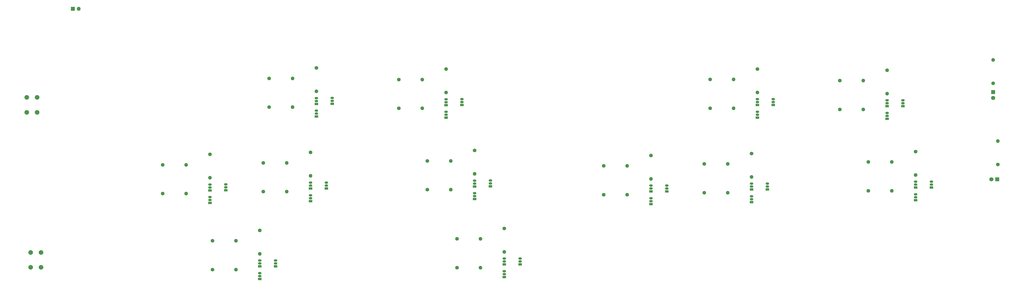
<source format=gts>
G04 #@! TF.GenerationSoftware,KiCad,Pcbnew,7.0.8*
G04 #@! TF.CreationDate,2023-12-22T21:17:41-07:00*
G04 #@! TF.ProjectId,Sandbox,53616e64-626f-4782-9e6b-696361645f70,rev?*
G04 #@! TF.SameCoordinates,Original*
G04 #@! TF.FileFunction,Soldermask,Top*
G04 #@! TF.FilePolarity,Negative*
%FSLAX46Y46*%
G04 Gerber Fmt 4.6, Leading zero omitted, Abs format (unit mm)*
G04 Created by KiCad (PCBNEW 7.0.8) date 2023-12-22 21:17:41*
%MOMM*%
%LPD*%
G01*
G04 APERTURE LIST*
%ADD10R,1.700000X1.700000*%
%ADD11O,1.700000X1.700000*%
%ADD12O,1.600000X1.600000*%
%ADD13C,1.600000*%
%ADD14O,1.500000X1.050000*%
%ADD15R,1.500000X1.050000*%
%ADD16C,1.800000*%
%ADD17R,1.800000X1.800000*%
%ADD18C,2.000000*%
G04 APERTURE END LIST*
D10*
X335000000Y-372250000D03*
D11*
X337540000Y-372250000D03*
D12*
X405745001Y-472950005D03*
D13*
X395585001Y-472950005D03*
D12*
X416075000Y-478580001D03*
D13*
X416075000Y-468420001D03*
D12*
X405745001Y-485450000D03*
D13*
X395585001Y-485450000D03*
D14*
X416075000Y-486980000D03*
X416075000Y-488250000D03*
D15*
X416075000Y-489520000D03*
D14*
X422935000Y-481480000D03*
X422935000Y-482750000D03*
D15*
X422935000Y-484020000D03*
D14*
X416075000Y-481500000D03*
X416075000Y-482770000D03*
D15*
X416075000Y-484040000D03*
D12*
X522000000Y-477750001D03*
D13*
X522000000Y-467590001D03*
D12*
X511670001Y-484620000D03*
D13*
X501510001Y-484620000D03*
D12*
X511670001Y-472120005D03*
D13*
X501510001Y-472120005D03*
D14*
X528860000Y-480650000D03*
X528860000Y-481920000D03*
D15*
X528860000Y-483190000D03*
D14*
X522000000Y-486150000D03*
X522000000Y-487420000D03*
D15*
X522000000Y-488690000D03*
D14*
X522000000Y-480670000D03*
X522000000Y-481940000D03*
D15*
X522000000Y-483210000D03*
D13*
X394445000Y-435450001D03*
D12*
X394445000Y-445610001D03*
D13*
X373955001Y-452480000D03*
D12*
X384115001Y-452480000D03*
D13*
X373955001Y-439980004D03*
D12*
X384115001Y-439980004D03*
D13*
X438055000Y-434620001D03*
D12*
X438055000Y-444780001D03*
D13*
X417565001Y-451650000D03*
D12*
X427725001Y-451650000D03*
D13*
X417565001Y-439150004D03*
D12*
X427725001Y-439150004D03*
D13*
X440555000Y-397950001D03*
D12*
X440555000Y-408110001D03*
D13*
X420065001Y-414980001D03*
D12*
X430225001Y-414980001D03*
D13*
X420065001Y-402480004D03*
D12*
X430225001Y-402480004D03*
D13*
X509140000Y-433750000D03*
D12*
X509140000Y-443910000D03*
D13*
X488650001Y-450780000D03*
D12*
X498810001Y-450780000D03*
D13*
X488650001Y-438280002D03*
D12*
X498810001Y-438280002D03*
D13*
X496805000Y-398450000D03*
D12*
X496805000Y-408610000D03*
D13*
X476315000Y-415480000D03*
D12*
X486475000Y-415480000D03*
D13*
X476315000Y-402980001D03*
D12*
X486475000Y-402980001D03*
D15*
X401305000Y-451050000D03*
D14*
X401305000Y-449780000D03*
X401305000Y-448510000D03*
D15*
X394445000Y-456550000D03*
D14*
X394445000Y-455280000D03*
X394445000Y-454010000D03*
D15*
X394445000Y-451070000D03*
D14*
X394445000Y-449800000D03*
X394445000Y-448530000D03*
D15*
X444915000Y-450220000D03*
D14*
X444915000Y-448950000D03*
X444915000Y-447680000D03*
D15*
X438055000Y-455720000D03*
D14*
X438055000Y-454450000D03*
X438055000Y-453180000D03*
D15*
X438055000Y-450240000D03*
D14*
X438055000Y-448970000D03*
X438055000Y-447700000D03*
D15*
X447415000Y-413550001D03*
D14*
X447415000Y-412280001D03*
X447415000Y-411010001D03*
D15*
X440555000Y-419050001D03*
D14*
X440555000Y-417780001D03*
X440555000Y-416510001D03*
D15*
X440555000Y-413570001D03*
D14*
X440555000Y-412300001D03*
X440555000Y-411030001D03*
D15*
X516000000Y-449350000D03*
D14*
X516000000Y-448080000D03*
X516000000Y-446810000D03*
D15*
X509140000Y-454850000D03*
D14*
X509140000Y-453580000D03*
X509140000Y-452310000D03*
D15*
X509140000Y-449370000D03*
D14*
X509140000Y-448100000D03*
X509140000Y-446830000D03*
D15*
X503665000Y-414050000D03*
D14*
X503665000Y-412780000D03*
X503665000Y-411510000D03*
D15*
X496805000Y-419550000D03*
D14*
X496805000Y-418280000D03*
X496805000Y-417010000D03*
D15*
X496805000Y-414070000D03*
D14*
X496805000Y-412800000D03*
X496805000Y-411530000D03*
D13*
X585640000Y-435920000D03*
D12*
X585640000Y-446080000D03*
D13*
X565150001Y-452950000D03*
D12*
X575310001Y-452950000D03*
D13*
X565150001Y-440450003D03*
D12*
X575310001Y-440450003D03*
D13*
X629250000Y-435090000D03*
D12*
X629250000Y-445250000D03*
D13*
X608760001Y-452120000D03*
D12*
X618920001Y-452120000D03*
D13*
X608760001Y-439620003D03*
D12*
X618920001Y-439620003D03*
D13*
X631750000Y-398420000D03*
D12*
X631750000Y-408580000D03*
D13*
X611260001Y-415450000D03*
D12*
X621420001Y-415450000D03*
D13*
X611260001Y-402950003D03*
D12*
X621420001Y-402950003D03*
D15*
X592500000Y-451520000D03*
D14*
X592500000Y-450250000D03*
X592500000Y-448980000D03*
D15*
X585640000Y-457020000D03*
D14*
X585640000Y-455750000D03*
X585640000Y-454480000D03*
D15*
X585640000Y-451540000D03*
D14*
X585640000Y-450270000D03*
X585640000Y-449000000D03*
D15*
X636110000Y-450690000D03*
D14*
X636110000Y-449420000D03*
X636110000Y-448150000D03*
D15*
X629250000Y-456190000D03*
D14*
X629250000Y-454920000D03*
X629250000Y-453650000D03*
D15*
X629250000Y-450710000D03*
D14*
X629250000Y-449440000D03*
X629250000Y-448170000D03*
D15*
X638610000Y-414020000D03*
D14*
X638610000Y-412750000D03*
X638610000Y-411480000D03*
D15*
X631750000Y-419520000D03*
D14*
X631750000Y-418250000D03*
X631750000Y-416980000D03*
D15*
X631750000Y-414040000D03*
D14*
X631750000Y-412770000D03*
X631750000Y-411500000D03*
D13*
X700335000Y-434220000D03*
D12*
X700335000Y-444380000D03*
D13*
X679845001Y-451250000D03*
D12*
X690005001Y-451250000D03*
D13*
X679845001Y-438750001D03*
D12*
X690005001Y-438750001D03*
D13*
X688000000Y-398920000D03*
D12*
X688000000Y-409080000D03*
D13*
X667510000Y-415950000D03*
D12*
X677670000Y-415950000D03*
D13*
X667510000Y-403450001D03*
D12*
X677670000Y-403450001D03*
D15*
X707195000Y-449820000D03*
D14*
X707195000Y-448550000D03*
X707195000Y-447280000D03*
D15*
X700335000Y-455320000D03*
D14*
X700335000Y-454050000D03*
X700335000Y-452780000D03*
D15*
X700335000Y-449840000D03*
D14*
X700335000Y-448570000D03*
X700335000Y-447300000D03*
D15*
X694860000Y-414520000D03*
D14*
X694860000Y-413250000D03*
X694860000Y-411980000D03*
D15*
X688000000Y-420020000D03*
D14*
X688000000Y-418750000D03*
X688000000Y-417480000D03*
D15*
X688000000Y-414540000D03*
D14*
X688000000Y-413270000D03*
X688000000Y-412000000D03*
D16*
X733235000Y-446250000D03*
D17*
X735775000Y-446250000D03*
D12*
X734000000Y-394420000D03*
D13*
X734000000Y-404580000D03*
D16*
X734000000Y-411000000D03*
D17*
X734000000Y-408460000D03*
D18*
X319500000Y-410750000D03*
X319500000Y-417250000D03*
X315000000Y-410750000D03*
X315000000Y-417250000D03*
D12*
X736000000Y-429670000D03*
D13*
X736000000Y-439830000D03*
D18*
X321250000Y-478000000D03*
X321250000Y-484500000D03*
X316750000Y-478000000D03*
X316750000Y-484500000D03*
M02*

</source>
